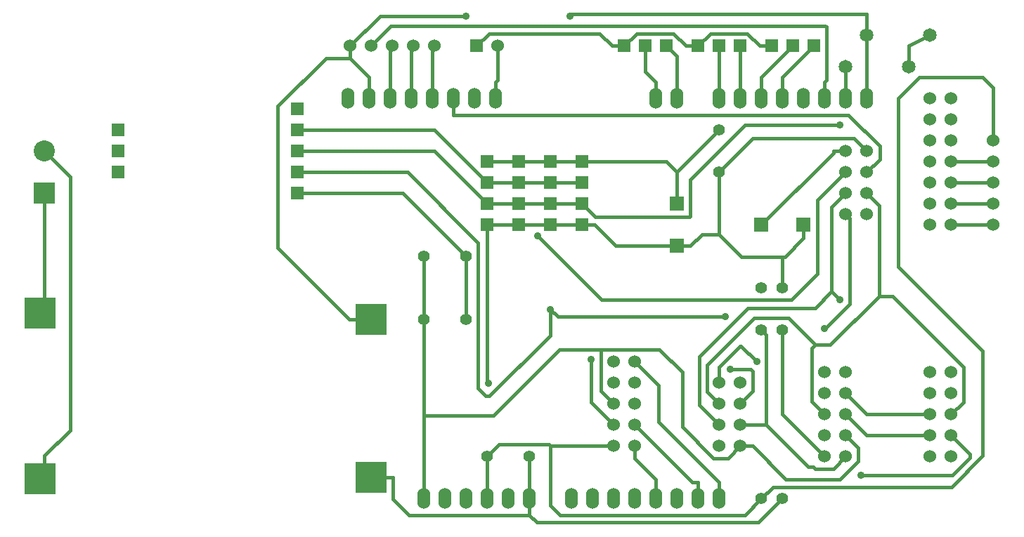
<source format=gbl>
G04 (created by PCBNEW-RS274X (2012-apr-16-27)-stable) date Mon 01 Sep 2014 06:02:50 PM CEST*
G01*
G70*
G90*
%MOIN*%
G04 Gerber Fmt 3.4, Leading zero omitted, Abs format*
%FSLAX34Y34*%
G04 APERTURE LIST*
%ADD10C,0.006000*%
%ADD11C,0.055000*%
%ADD12C,0.065000*%
%ADD13C,0.060000*%
%ADD14R,0.060000X0.060000*%
%ADD15R,0.070000X0.070000*%
%ADD16R,0.100000X0.100000*%
%ADD17C,0.100000*%
%ADD18R,0.150000X0.150000*%
%ADD19O,0.060000X0.100000*%
%ADD20C,0.035000*%
%ADD21C,0.015900*%
%ADD22C,0.016000*%
G04 APERTURE END LIST*
G54D10*
G54D11*
X55000Y-39500D03*
X53000Y-39500D03*
X55000Y-36500D03*
X53000Y-36500D03*
G54D12*
X76000Y-27500D03*
X73000Y-27500D03*
X77000Y-26000D03*
X74000Y-26000D03*
G54D13*
X63000Y-45500D03*
X62000Y-45500D03*
X63000Y-44500D03*
X62000Y-44500D03*
X63000Y-43500D03*
X62000Y-43500D03*
X63000Y-42500D03*
X62000Y-42500D03*
X63000Y-41500D03*
X62000Y-41500D03*
X80000Y-31000D03*
X80000Y-32000D03*
X80000Y-33000D03*
X80000Y-34000D03*
X80000Y-35000D03*
X49500Y-26500D03*
X50500Y-26500D03*
X51500Y-26500D03*
X52500Y-26500D03*
X53500Y-26500D03*
X68000Y-45500D03*
X67000Y-45500D03*
X68000Y-44500D03*
X67000Y-44500D03*
X68000Y-43500D03*
X67000Y-43500D03*
X68000Y-42500D03*
X67000Y-42500D03*
G54D14*
X60500Y-35000D03*
X60500Y-34000D03*
X60500Y-33000D03*
X60500Y-32000D03*
X59000Y-35000D03*
X59000Y-34000D03*
X59000Y-33000D03*
X59000Y-32000D03*
X57500Y-35000D03*
X57500Y-34000D03*
X57500Y-33000D03*
X57500Y-32000D03*
X56000Y-35000D03*
X56000Y-34000D03*
X56000Y-33000D03*
X56000Y-32000D03*
X38500Y-32500D03*
X38500Y-31500D03*
X38500Y-30500D03*
X69500Y-26500D03*
X70500Y-26500D03*
X71500Y-26500D03*
X62500Y-26500D03*
X63500Y-26500D03*
X64500Y-26500D03*
X66000Y-26500D03*
X67000Y-26500D03*
X68000Y-26500D03*
X55500Y-26500D03*
G54D13*
X56500Y-26500D03*
G54D15*
X65000Y-36000D03*
X65000Y-34000D03*
X71000Y-35000D03*
X69000Y-35000D03*
G54D11*
X67000Y-32500D03*
X67000Y-30500D03*
X58000Y-46000D03*
X56000Y-46000D03*
X70000Y-40000D03*
X69000Y-40000D03*
X70000Y-48000D03*
X69000Y-48000D03*
X70000Y-38000D03*
X69000Y-38000D03*
G54D16*
X35000Y-33500D03*
G54D17*
X35000Y-31500D03*
G54D14*
X47000Y-33500D03*
X47000Y-32500D03*
X47000Y-31500D03*
X47000Y-30500D03*
X47000Y-29500D03*
G54D13*
X73000Y-31500D03*
X74000Y-31500D03*
X73000Y-32500D03*
X74000Y-32500D03*
X73000Y-33500D03*
X74000Y-33500D03*
X73000Y-34500D03*
X74000Y-34500D03*
X72000Y-42000D03*
X73000Y-42000D03*
X72000Y-43000D03*
X73000Y-43000D03*
X72000Y-44000D03*
X73000Y-44000D03*
X72000Y-45000D03*
X73000Y-45000D03*
X72000Y-46000D03*
X73000Y-46000D03*
G54D18*
X34800Y-47050D03*
X50500Y-39500D03*
X34800Y-39200D03*
X50500Y-47000D03*
G54D19*
X67000Y-29000D03*
X68000Y-29000D03*
X69000Y-29000D03*
X70000Y-29000D03*
X71000Y-29000D03*
X72000Y-29000D03*
X73000Y-29000D03*
X74000Y-29000D03*
X67000Y-48000D03*
X66000Y-48000D03*
X65000Y-48000D03*
X64000Y-48000D03*
X63000Y-48000D03*
X60000Y-48000D03*
X61000Y-48000D03*
X62000Y-48000D03*
X58000Y-48000D03*
X57000Y-48000D03*
X56000Y-48000D03*
X54000Y-48000D03*
X53000Y-48000D03*
X65000Y-29000D03*
X64000Y-29000D03*
X56400Y-29000D03*
X55400Y-29000D03*
X54400Y-29000D03*
X53400Y-29000D03*
X52400Y-29000D03*
X51400Y-29000D03*
X50400Y-29000D03*
X49400Y-29000D03*
X55000Y-48000D03*
G54D13*
X77000Y-30000D03*
X78000Y-30000D03*
X77000Y-31000D03*
X78000Y-31000D03*
X77000Y-32000D03*
X78000Y-32000D03*
X77000Y-33000D03*
X78000Y-33000D03*
X77000Y-29000D03*
X78000Y-29000D03*
X78000Y-34000D03*
X77000Y-34000D03*
X77000Y-35000D03*
X78000Y-35000D03*
X77000Y-42000D03*
X78000Y-42000D03*
X77000Y-43000D03*
X78000Y-43000D03*
X77000Y-44000D03*
X78000Y-44000D03*
X77000Y-45000D03*
X78000Y-45000D03*
X77000Y-46000D03*
X78000Y-46000D03*
G54D20*
X56064Y-42540D03*
X59920Y-25102D03*
X72721Y-30253D03*
X54977Y-25087D03*
X72740Y-38562D03*
X58395Y-35535D03*
X67303Y-39368D03*
X59000Y-39016D03*
X73712Y-46897D03*
X68777Y-41499D03*
X71992Y-39912D03*
X67540Y-41861D03*
X60919Y-41381D03*
G54D21*
X79500Y-41000D02*
X75500Y-37000D01*
G54D22*
X55000Y-36500D02*
X52000Y-33500D01*
G54D21*
X80000Y-28500D02*
X80000Y-31000D01*
X79500Y-28000D02*
X80000Y-28500D01*
X76500Y-28000D02*
X79500Y-28000D01*
X75500Y-29000D02*
X76500Y-28000D01*
G54D22*
X69000Y-48000D02*
X69554Y-47446D01*
X57500Y-32000D02*
X59000Y-32000D01*
X55000Y-36500D02*
X55000Y-39500D01*
X71464Y-46481D02*
X71212Y-46481D01*
X59000Y-32000D02*
X60500Y-32000D01*
X64500Y-32000D02*
X65000Y-32500D01*
X60500Y-32000D02*
X64500Y-32000D01*
X67000Y-30500D02*
X65000Y-32500D01*
X65000Y-32500D02*
X65000Y-34000D01*
X52000Y-33500D02*
X47000Y-33500D01*
G54D21*
X75500Y-37000D02*
X75500Y-29000D01*
G54D22*
X69231Y-44500D02*
X68000Y-44500D01*
X69231Y-40231D02*
X69000Y-40000D01*
X69000Y-35000D02*
X72421Y-31579D01*
X73000Y-31500D02*
X72421Y-31500D01*
X56000Y-32000D02*
X57500Y-32000D01*
X71212Y-46481D02*
X69231Y-44500D01*
X56000Y-48000D02*
X56000Y-46000D01*
X78021Y-47446D02*
X79500Y-45967D01*
X79500Y-45967D02*
X79500Y-45967D01*
X69554Y-47446D02*
X78021Y-47446D01*
X69231Y-44500D02*
X69231Y-40231D01*
X56000Y-46000D02*
X56560Y-45440D01*
X59000Y-45500D02*
X59000Y-48322D01*
X72421Y-31579D02*
X72421Y-31500D01*
X68221Y-48779D02*
X69000Y-48000D01*
X59457Y-48779D02*
X68221Y-48779D01*
X59000Y-48322D02*
X59457Y-48779D01*
X56560Y-45440D02*
X58940Y-45440D01*
X73000Y-46000D02*
X72415Y-46585D01*
X59000Y-45500D02*
X62000Y-45500D01*
X58940Y-45440D02*
X59000Y-45500D01*
X72415Y-46585D02*
X71568Y-46585D01*
G54D21*
X79500Y-45967D02*
X79500Y-41000D01*
G54D22*
X71568Y-46585D02*
X71464Y-46481D01*
X65721Y-47221D02*
X63000Y-44500D01*
X66000Y-47221D02*
X65721Y-47221D01*
X66000Y-48000D02*
X66000Y-47221D01*
X64126Y-42626D02*
X63000Y-41500D01*
X64126Y-44347D02*
X64126Y-42626D01*
X67000Y-47221D02*
X64126Y-44347D01*
X67000Y-48000D02*
X67000Y-47221D01*
X78000Y-32000D02*
X80000Y-32000D01*
X51439Y-25561D02*
X50500Y-26500D01*
X72036Y-25561D02*
X51439Y-25561D01*
X72081Y-25606D02*
X72036Y-25561D01*
X72081Y-28140D02*
X72081Y-25606D01*
X72000Y-28221D02*
X72081Y-28140D01*
X72000Y-29000D02*
X72000Y-28221D01*
X56500Y-28121D02*
X56500Y-26500D01*
X56400Y-28221D02*
X56500Y-28121D01*
X56400Y-29000D02*
X56400Y-28221D01*
X78000Y-33000D02*
X80000Y-33000D01*
X78000Y-35000D02*
X80000Y-35000D01*
X59000Y-35000D02*
X58079Y-35000D01*
X73391Y-30891D02*
X68609Y-30891D01*
X62079Y-36000D02*
X61079Y-35000D01*
X65000Y-36000D02*
X62079Y-36000D01*
X60500Y-35000D02*
X59000Y-35000D01*
X71000Y-35000D02*
X71000Y-35629D01*
X74000Y-31500D02*
X73391Y-30891D01*
X68609Y-30891D02*
X67000Y-32500D01*
X60500Y-35000D02*
X61079Y-35000D01*
X56000Y-35000D02*
X56579Y-35000D01*
X67000Y-32500D02*
X67000Y-35445D01*
X57500Y-35000D02*
X56579Y-35000D01*
X70000Y-38000D02*
X70000Y-36510D01*
X70119Y-36510D02*
X71000Y-35629D01*
X70000Y-36510D02*
X70119Y-36510D01*
X65000Y-36000D02*
X65629Y-36000D01*
X70000Y-36510D02*
X68065Y-36510D01*
X57500Y-35000D02*
X58079Y-35000D01*
X68065Y-36510D02*
X67000Y-35445D01*
X56000Y-42476D02*
X56064Y-42540D01*
X66184Y-35445D02*
X65629Y-36000D01*
X67000Y-35445D02*
X66184Y-35445D01*
X56000Y-35000D02*
X56000Y-42476D01*
X78000Y-34000D02*
X80000Y-34000D01*
X52400Y-26600D02*
X52500Y-26500D01*
X52400Y-29000D02*
X52400Y-26600D01*
X51400Y-26600D02*
X51500Y-26500D01*
X51400Y-29000D02*
X51400Y-26600D01*
X67000Y-29000D02*
X67000Y-26500D01*
X68000Y-29000D02*
X68000Y-26500D01*
X54400Y-29000D02*
X54400Y-29779D01*
X54400Y-29779D02*
X73128Y-29779D01*
X73128Y-29779D02*
X74619Y-31270D01*
X74619Y-31270D02*
X74619Y-31881D01*
X74619Y-31881D02*
X74000Y-32500D01*
X53400Y-26600D02*
X53500Y-26500D01*
X53400Y-29000D02*
X53400Y-26600D01*
X64000Y-47079D02*
X63000Y-46079D01*
X64000Y-48000D02*
X64000Y-47079D01*
X63000Y-45500D02*
X63000Y-46079D01*
X59000Y-33000D02*
X57500Y-33000D01*
X57500Y-33000D02*
X56000Y-33000D01*
X74000Y-25000D02*
X60022Y-25000D01*
X59000Y-33000D02*
X60500Y-33000D01*
X47000Y-30500D02*
X53500Y-30500D01*
X53500Y-30500D02*
X56000Y-33000D01*
X60022Y-25000D02*
X59920Y-25102D01*
X74000Y-29000D02*
X74000Y-25000D01*
X65635Y-34585D02*
X65635Y-32846D01*
X65635Y-32846D02*
X68228Y-30253D01*
X60500Y-34000D02*
X61140Y-34640D01*
X59000Y-34000D02*
X57500Y-34000D01*
X57500Y-34000D02*
X56000Y-34000D01*
X68228Y-30253D02*
X72721Y-30253D01*
X61140Y-34640D02*
X65580Y-34640D01*
X65580Y-34640D02*
X65635Y-34585D01*
X47000Y-31500D02*
X53500Y-31500D01*
X73000Y-27500D02*
X73000Y-29000D01*
X53500Y-31500D02*
X56000Y-34000D01*
X60500Y-34000D02*
X59000Y-34000D01*
X68648Y-39422D02*
X66416Y-41654D01*
X71550Y-40691D02*
X70281Y-39422D01*
X71381Y-40860D02*
X71550Y-40691D01*
X70281Y-39422D02*
X68648Y-39422D01*
X74580Y-34080D02*
X74000Y-33500D01*
X78000Y-44000D02*
X78580Y-43420D01*
X78580Y-41744D02*
X75217Y-38381D01*
X66416Y-42916D02*
X67000Y-43500D01*
X72000Y-44000D02*
X71381Y-43381D01*
X74580Y-38381D02*
X74580Y-34080D01*
X71381Y-43381D02*
X71381Y-40860D01*
X72270Y-40691D02*
X71550Y-40691D01*
X75217Y-38381D02*
X74580Y-38381D01*
X66416Y-41654D02*
X66416Y-42916D01*
X74580Y-38381D02*
X72270Y-40691D01*
X78580Y-43420D02*
X78580Y-41744D01*
X68342Y-25921D02*
X68921Y-26500D01*
X62500Y-26500D02*
X61921Y-26500D01*
X46050Y-36077D02*
X46050Y-29374D01*
X61342Y-25921D02*
X61921Y-26500D01*
X62500Y-26500D02*
X63079Y-25921D01*
X63079Y-25921D02*
X64842Y-25921D01*
X64842Y-25921D02*
X65421Y-26500D01*
X66000Y-26500D02*
X65421Y-26500D01*
X69500Y-26500D02*
X68921Y-26500D01*
X66000Y-26500D02*
X66579Y-25921D01*
X55500Y-26500D02*
X56079Y-25921D01*
X49500Y-26500D02*
X50913Y-25087D01*
X50500Y-39500D02*
X49473Y-39500D01*
X66579Y-25921D02*
X68342Y-25921D01*
X46050Y-29374D02*
X48345Y-27079D01*
X48345Y-27079D02*
X49500Y-27079D01*
X49500Y-26500D02*
X49500Y-27079D01*
X50400Y-29000D02*
X50400Y-27979D01*
X50400Y-27979D02*
X49500Y-27079D01*
X56079Y-25921D02*
X61342Y-25921D01*
X50913Y-25087D02*
X54977Y-25087D01*
X49473Y-39500D02*
X46050Y-36077D01*
X70000Y-28000D02*
X71500Y-26500D01*
X70000Y-29000D02*
X70000Y-28000D01*
X35000Y-39500D02*
X35000Y-33500D01*
X77000Y-45000D02*
X74000Y-45000D01*
X74000Y-45000D02*
X73000Y-44000D01*
X72740Y-38562D02*
X72343Y-38165D01*
X68359Y-38953D02*
X71555Y-38953D01*
X71555Y-38953D02*
X72343Y-38165D01*
X66052Y-41261D02*
X68359Y-38954D01*
X67000Y-44500D02*
X66052Y-43552D01*
X66052Y-43552D02*
X66052Y-41261D01*
X72343Y-38165D02*
X72343Y-34157D01*
X72343Y-34157D02*
X73000Y-33500D01*
X68359Y-38954D02*
X68359Y-38953D01*
X36220Y-32720D02*
X35000Y-31500D01*
X36220Y-44751D02*
X36220Y-32720D01*
X35000Y-45971D02*
X36220Y-44751D01*
X35000Y-47000D02*
X35000Y-45971D01*
X69000Y-28000D02*
X70500Y-26500D01*
X69000Y-29000D02*
X69000Y-28000D01*
X65000Y-27000D02*
X64500Y-26500D01*
X65000Y-29000D02*
X65000Y-27000D01*
X61432Y-38572D02*
X58395Y-35535D01*
X71667Y-37340D02*
X70435Y-38572D01*
X73000Y-32500D02*
X71667Y-33833D01*
X71667Y-33833D02*
X71667Y-37340D01*
X70435Y-38572D02*
X61432Y-38572D01*
X63500Y-27721D02*
X63500Y-26500D01*
X64000Y-28221D02*
X63500Y-27721D01*
X64000Y-29000D02*
X64000Y-28221D01*
X61393Y-42893D02*
X61393Y-40918D01*
X62000Y-43500D02*
X61393Y-42893D01*
X73596Y-45596D02*
X73000Y-45000D01*
X73596Y-46225D02*
X73596Y-45596D01*
X53000Y-39500D02*
X53000Y-36500D01*
X53000Y-48000D02*
X53000Y-44049D01*
X53000Y-44049D02*
X53000Y-39500D01*
X56296Y-44049D02*
X53000Y-44049D01*
X59427Y-40918D02*
X56296Y-44049D01*
X61393Y-40918D02*
X59427Y-40918D01*
X64176Y-40918D02*
X61393Y-40918D01*
X65264Y-42006D02*
X64176Y-40918D01*
X65264Y-44603D02*
X65264Y-42006D01*
X66741Y-46080D02*
X65264Y-44603D01*
X67420Y-46080D02*
X66741Y-46080D01*
X68000Y-45500D02*
X67420Y-46080D01*
X72735Y-47086D02*
X73596Y-46225D01*
X70165Y-47086D02*
X72735Y-47086D01*
X68579Y-45500D02*
X70165Y-47086D01*
X68000Y-45500D02*
X68579Y-45500D01*
X70000Y-44000D02*
X70000Y-40000D01*
X72000Y-46000D02*
X70000Y-44000D01*
X59352Y-39368D02*
X59000Y-39016D01*
X67303Y-39368D02*
X59352Y-39368D01*
X55555Y-35843D02*
X52212Y-32500D01*
X52212Y-32500D02*
X47000Y-32500D01*
X55555Y-42773D02*
X55555Y-35843D01*
X55920Y-43138D02*
X55555Y-42773D01*
X59000Y-39016D02*
X59000Y-40248D01*
X59000Y-40248D02*
X56110Y-43138D01*
X56110Y-43138D02*
X55920Y-43138D01*
X78061Y-46897D02*
X73712Y-46897D01*
X78900Y-46058D02*
X78061Y-46897D01*
X78900Y-45900D02*
X78900Y-46058D01*
X78000Y-45000D02*
X78900Y-45900D01*
X73000Y-43000D02*
X74000Y-44000D01*
X67979Y-40765D02*
X68043Y-40765D01*
X68043Y-40765D02*
X68777Y-41499D01*
X72032Y-39912D02*
X73194Y-38750D01*
X73194Y-38750D02*
X73194Y-34694D01*
X67000Y-41744D02*
X67979Y-40765D01*
X74000Y-44000D02*
X77000Y-44000D01*
X71992Y-39912D02*
X72032Y-39912D01*
X73194Y-34694D02*
X73000Y-34500D01*
X67000Y-42500D02*
X67000Y-41744D01*
X76000Y-26500D02*
X76000Y-27500D01*
X77000Y-26000D02*
X76000Y-26500D01*
X58359Y-49138D02*
X68862Y-49138D01*
X68862Y-49138D02*
X70000Y-48000D01*
X58000Y-48779D02*
X58359Y-49138D01*
X58000Y-48000D02*
X58000Y-46000D01*
X58000Y-48689D02*
X58000Y-48779D01*
X58000Y-48000D02*
X58000Y-48689D01*
X50500Y-47000D02*
X51529Y-47000D01*
X58000Y-48779D02*
X52279Y-48779D01*
X52279Y-48779D02*
X51529Y-48029D01*
X51529Y-48029D02*
X51529Y-47000D01*
X60919Y-43419D02*
X60919Y-41381D01*
X62000Y-44500D02*
X60919Y-43419D01*
X68498Y-41861D02*
X67540Y-41861D01*
X68591Y-41954D02*
X68498Y-41861D01*
X68591Y-42909D02*
X68591Y-41954D01*
X68000Y-43500D02*
X68591Y-42909D01*
M02*

</source>
